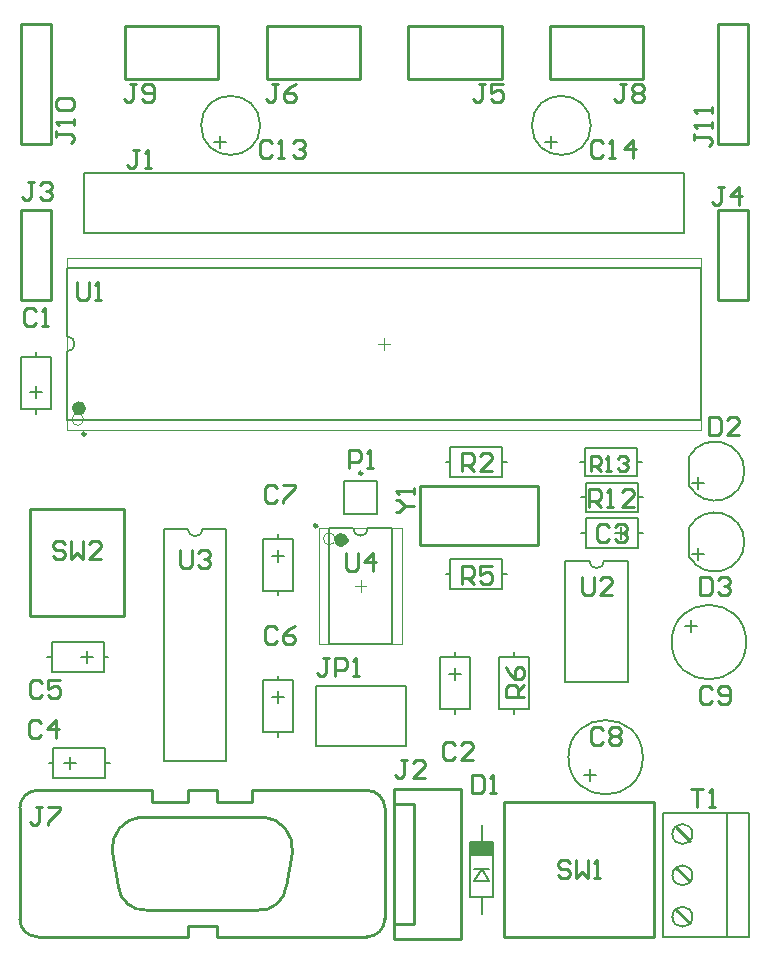
<source format=gto>
%FSLAX23Y23*%
%MOMM*%
%SFA1B1*%

%IPPOS*%
%ADD10C,0.253999*%
%ADD12C,0.100000*%
%ADD32C,0.200000*%
%ADD33C,0.250000*%
%ADD34C,0.599999*%
%ADD35R,1.929996X1.203998*%
G54D10*
X128549Y79299D02*
D01*
D01*
G75*
G03X130049Y80799I0J1499D01*
G74*G01*
Y90199D02*
D01*
D01*
G75*
G03X128549Y91699I-1499J0D01*
G74*G01*
X100649D02*
D01*
D01*
G75*
G03X99149Y90199I0J-1500D01*
G74*G01*
Y80799D02*
D01*
D01*
G75*
G03X100649Y79299I1500J0D01*
G74*G01*
X109429Y89449D02*
D01*
D01*
G75*
G03X106969Y86509I239J-2700D01*
G74*G01*
X107479Y83619D02*
D01*
D01*
G75*
G03X109939Y81549I2265J195D01*
G74*G01*
X119259D02*
D01*
D01*
G75*
G03X121719Y83619I194J2264D01*
G74*G01*
X122229Y86509D02*
D01*
D01*
G75*
G03X119769Y89449I-2700J240D01*
G74*G01*
X99229Y133189D02*
X101769D01*
X99229Y140809D02*
X101769D01*
Y133189D02*
Y140809D01*
X99229Y133189D02*
Y140809D01*
X130819Y90579D02*
X132499D01*
X130819Y80419D02*
X132499D01*
X130819Y91849D02*
X136539D01*
X130819Y79149D02*
X136539D01*
X132499Y80419D02*
Y90579D01*
X136539Y79149D02*
Y91849D01*
X130819Y79149D02*
Y91849D01*
X154709Y85134D02*
X155852Y83991D01*
X154709Y88563D02*
X155852Y87420D01*
X154709Y81578D02*
X155852Y80435D01*
X140149Y79284D02*
Y90714D01*
X152849Y79284D02*
Y90714D01*
X140149D02*
X152849D01*
X140149Y79284D02*
X152849D01*
X118849Y91699D02*
X128549D01*
X113349D02*
X115849D01*
X118849Y90749D02*
Y91699D01*
X110349Y90749D02*
Y91699D01*
Y90749D02*
X113349D01*
X115849D02*
X118849D01*
X115849D02*
Y91699D01*
X113349Y90749D02*
Y91699D01*
X115849Y79299D02*
X128549D01*
X115849D02*
Y80249D01*
X113349D02*
X115849D01*
X113349Y79299D02*
Y80249D01*
X100649Y91699D02*
X110349D01*
X100649Y79299D02*
X113349D01*
X99149Y80799D02*
Y90199D01*
X130049Y80799D02*
Y90199D01*
X109429Y89449D02*
X119769D01*
X109939Y81549D02*
X119259D01*
X121719Y83619D02*
X122229Y86509D01*
X106969D02*
X107479Y83619D01*
X127949Y151899D02*
Y156399D01*
X120049Y151899D02*
Y156399D01*
Y151899D02*
X127949D01*
X120049Y156399D02*
X127949D01*
X139949Y151899D02*
Y156399D01*
X132049Y151899D02*
Y156399D01*
Y151899D02*
X139949D01*
X132049Y156399D02*
X139949D01*
X142999Y112499D02*
Y117499D01*
X132999Y112499D02*
Y117499D01*
Y112499D02*
X142999D01*
X132999Y117499D02*
X142999D01*
X99999Y106499D02*
Y115499D01*
X107999Y106499D02*
Y115499D01*
X99999Y106499D02*
X107999D01*
X99999Y115499D02*
X107999D01*
X115949Y151899D02*
Y156399D01*
X108049Y151899D02*
Y156399D01*
Y151899D02*
X115949D01*
X108049Y156399D02*
X115949D01*
X151949Y151899D02*
Y156399D01*
X144049Y151899D02*
Y156399D01*
Y151899D02*
X151949D01*
X144049Y156399D02*
X151949D01*
X160769Y146419D02*
Y156579D01*
X158229Y146419D02*
Y156579D01*
Y146419D02*
X160769D01*
X158229Y156579D02*
X160769D01*
X101769Y146419D02*
Y156579D01*
X99229Y146419D02*
Y156579D01*
Y146419D02*
X101769D01*
X99229Y156579D02*
X101769D01*
X158229Y133189D02*
Y140809D01*
X160769Y133189D02*
Y140809D01*
X158229D02*
X160769D01*
X158229Y133189D02*
X160769D01*
X103999Y134773D02*
Y133503D01*
X104253Y133249*
X104761*
X105015Y133503*
Y134773*
X105523Y133249D02*
X106031D01*
X105777*
Y134773*
X105523Y134519*
X130976Y115249D02*
X131230D01*
X131738Y115757*
X131230Y116265*
X130976*
X131738Y115757D02*
X132499D01*
Y116773D02*
Y117281D01*
Y117027*
X130976*
X131230Y116773*
X126749Y111773D02*
Y110503D01*
X127003Y110249*
X127511*
X127765Y110503*
Y111773*
X129035Y110249D02*
Y111773D01*
X128273Y111011*
X129289*
X112749Y112023D02*
Y110753D01*
X113003Y110499*
X113511*
X113765Y110753*
Y112023*
X114273Y111769D02*
X114527Y112023D01*
X115035*
X115289Y111769*
Y111515*
X115035Y111261*
X114781*
X115035*
X115289Y111007*
Y110753*
X115035Y110499*
X114527*
X114273Y110753*
X146749Y109773D02*
Y108503D01*
X147003Y108249*
X147511*
X147765Y108503*
Y109773*
X149289Y108249D02*
X148273D01*
X149289Y109265*
Y109519*
X149035Y109773*
X148527*
X148273Y109519*
X155999Y91773D02*
X157015D01*
X156507*
Y90249*
X157523D02*
X158031D01*
X157777*
Y91773*
X157523Y91519*
X103015Y112519D02*
X102761Y112773D01*
X102253*
X101999Y112519*
Y112265*
X102253Y112011*
X102761*
X103015Y111757*
Y111503*
X102761Y111249*
X102253*
X101999Y111503*
X103523Y112773D02*
Y111249D01*
X104031Y111757*
X104539Y111249*
Y112773*
X106062Y111249D02*
X105046D01*
X106062Y112265*
Y112519*
X105808Y112773*
X105300*
X105046Y112519*
X145765Y85519D02*
X145511Y85773D01*
X145003*
X144749Y85519*
Y85265*
X145003Y85011*
X145511*
X145765Y84757*
Y84503*
X145511Y84249*
X145003*
X144749Y84503*
X146273Y85773D02*
Y84249D01*
X146781Y84757*
X147289Y84249*
Y85773*
X147796Y84249D02*
X148304D01*
X148050*
Y85773*
X147796Y85519*
X147499Y118749D02*
Y119999D01*
X148124*
X148333Y119791*
Y119374*
X148124Y119166*
X147499*
X147916D02*
X148333Y118749D01*
X148749D02*
X149166D01*
X148957*
Y119999*
X148749Y119791*
X149790D02*
X149999Y119999D01*
X150415*
X150623Y119791*
Y119583*
X150415Y119374*
X150207*
X150415*
X150623Y119166*
Y118958*
X150415Y118749*
X149999*
X149790Y118958*
X147327Y115653D02*
Y117177D01*
X148089*
X148343Y116923*
Y116415*
X148089Y116161*
X147327*
X147835D02*
X148343Y115653D01*
X148851D02*
X149359D01*
X149105*
Y117177*
X148851Y116923*
X151136Y115653D02*
X150121D01*
X151136Y116669*
Y116923*
X150882Y117177*
X150374*
X150121Y116923*
X141845Y99577D02*
X140322D01*
Y100339*
X140576Y100593*
X141084*
X141338Y100339*
Y99577*
Y100085D02*
X141845Y100593D01*
X140322Y102117D02*
X140576Y101609D01*
X141084Y101101*
X141592*
X141845Y101355*
Y101863*
X141592Y102117*
X141338*
X141084Y101863*
Y101101*
X136577Y109153D02*
Y110677D01*
X137339*
X137593Y110423*
Y109915*
X137339Y109661*
X136577*
X137085D02*
X137593Y109153D01*
X139117Y110677D02*
X138101D01*
Y109915*
X138609Y110169*
X138863*
X139117Y109915*
Y109407*
X138863Y109153*
X138355*
X138101Y109407*
X136607Y118764D02*
Y120287D01*
X137369*
X137623Y120033*
Y119525*
X137369Y119271*
X136607*
X137115D02*
X137623Y118764D01*
X139147D02*
X138131D01*
X139147Y119779*
Y120033*
X138893Y120287*
X138385*
X138131Y120033*
X126999Y118999D02*
Y120523D01*
X127761*
X128015Y120269*
Y119761*
X127761Y119507*
X126999*
X128523Y118999D02*
X129031D01*
X128777*
Y120523*
X128523Y120269*
X125349Y102917D02*
X124841D01*
X125095*
Y101647*
X124841Y101393*
X124587*
X124333Y101647*
X125857Y101393D02*
Y102917D01*
X126619*
X126873Y102663*
Y102155*
X126619Y101901*
X125857*
X127380Y101393D02*
X127888D01*
X127634*
Y102917*
X127380Y102663*
X101015Y90273D02*
X100507D01*
X100761*
Y89003*
X100507Y88749*
X100253*
X99999Y89003*
X101523Y90273D02*
X102539D01*
Y90019*
X101523Y89003*
Y88749*
X121015Y151523D02*
X120507D01*
X120761*
Y150253*
X120507Y149999*
X120253*
X119999Y150253*
X122539Y151523D02*
X122031Y151269D01*
X121523Y150761*
Y150253*
X121777Y149999*
X122285*
X122539Y150253*
Y150507*
X122285Y150761*
X121523*
X138515Y151523D02*
X138007D01*
X138261*
Y150253*
X138007Y149999*
X137753*
X137499Y150253*
X140039Y151523D02*
X139023D01*
Y150761*
X139531Y151015*
X139785*
X140039Y150761*
Y150253*
X139785Y149999*
X139277*
X139023Y150253*
X158765Y142773D02*
X158257D01*
X158511*
Y141503*
X158257Y141249*
X158003*
X157749Y141503*
X160035Y141249D02*
Y142773D01*
X159273Y142011*
X160289*
X100380Y143230D02*
X99872D01*
X100126*
Y141960*
X99872Y141706*
X99618*
X99364Y141960*
X100888Y142976D02*
X101142Y143230D01*
X101650*
X101903Y142976*
Y142722*
X101650Y142468*
X101396*
X101650*
X101903Y142214*
Y141960*
X101650Y141706*
X101142*
X100888Y141960*
X131952Y94258D02*
X131444D01*
X131698*
Y92989*
X131444Y92735*
X131190*
X130936Y92989*
X133476Y92735D02*
X132460D01*
X133476Y93751*
Y94004*
X133222Y94258*
X132714*
X132460Y94004*
X109265Y145923D02*
X108757D01*
X109011*
Y144653*
X108757Y144399*
X108503*
X108249Y144653*
X109773Y144399D02*
X110281D01*
X110027*
Y145923*
X109773Y145669*
X156749Y109773D02*
Y108249D01*
X157511*
X157765Y108503*
Y109519*
X157511Y109773*
X156749*
X158273Y109519D02*
X158527Y109773D01*
X159035*
X159289Y109519*
Y109265*
X159035Y109011*
X158781*
X159035*
X159289Y108757*
Y108503*
X159035Y108249*
X158527*
X158273Y108503*
X157499Y123273D02*
Y121749D01*
X158261*
X158515Y122003*
Y123019*
X158261Y123273*
X157499*
X160039Y121749D02*
X159023D01*
X160039Y122765*
Y123019*
X159785Y123273*
X159277*
X159023Y123019*
X137439Y92988D02*
Y91465D01*
X138201*
X138455Y91719*
Y92734*
X138201Y92988*
X137439*
X138962Y91465D02*
X139470D01*
X139216*
Y92988*
X138962Y92734*
X148515Y146519D02*
X148261Y146773D01*
X147753*
X147499Y146519*
Y145503*
X147753Y145249*
X148261*
X148515Y145503*
X149023Y145249D02*
X149531D01*
X149277*
Y146773*
X149023Y146519*
X151054Y145249D02*
Y146773D01*
X150293Y146011*
X151308*
X120515Y146519D02*
X120261Y146773D01*
X119753*
X119499Y146519*
Y145503*
X119753Y145249*
X120261*
X120515Y145503*
X121023Y145249D02*
X121531D01*
X121277*
Y146773*
X121023Y146519*
X122293D02*
X122546Y146773D01*
X123054*
X123308Y146519*
Y146265*
X123054Y146011*
X122800*
X123054*
X123308Y145757*
Y145503*
X123054Y145249*
X122546*
X122293Y145503*
X157765Y100269D02*
X157511Y100523D01*
X157003*
X156749Y100269*
Y99253*
X157003Y98999*
X157511*
X157765Y99253*
X158273D02*
X158527Y98999D01*
X159035*
X159289Y99253*
Y100269*
X159035Y100523*
X158527*
X158273Y100269*
Y100015*
X158527Y99761*
X159289*
X148515Y96769D02*
X148261Y97023D01*
X147753*
X147499Y96769*
Y95753*
X147753Y95499*
X148261*
X148515Y95753*
X149023Y96769D02*
X149277Y97023D01*
X149785*
X150039Y96769*
Y96515*
X149785Y96261*
X150039Y96007*
Y95753*
X149785Y95499*
X149277*
X149023Y95753*
Y96007*
X149277Y96261*
X149023Y96515*
Y96769*
X149277Y96261D02*
X149785D01*
X120910Y117324D02*
X120656Y117578D01*
X120148*
X119895Y117324*
Y116308*
X120148Y116055*
X120656*
X120910Y116308*
X121418Y117578D02*
X122434D01*
Y117324*
X121418Y116308*
Y116055*
X120910Y105324D02*
X120656Y105578D01*
X120148*
X119895Y105324*
Y104308*
X120148Y104055*
X120656*
X120910Y104308*
X122434Y105578D02*
X121926Y105324D01*
X121418Y104816*
Y104308*
X121672Y104055*
X122180*
X122434Y104308*
Y104562*
X122180Y104816*
X121418*
X101015Y100769D02*
X100761Y101023D01*
X100253*
X99999Y100769*
Y99753*
X100253Y99499*
X100761*
X101015Y99753*
X102539Y101023D02*
X101523D01*
Y100261*
X102031Y100515*
X102285*
X102539Y100261*
Y99753*
X102285Y99499*
X101777*
X101523Y99753*
X100970Y97392D02*
X100716Y97646D01*
X100208*
X99954Y97392*
Y96376*
X100208Y96122*
X100716*
X100970Y96376*
X102239Y96122D02*
Y97646D01*
X101478Y96884*
X102493*
X149015Y114019D02*
X148761Y114273D01*
X148253*
X147999Y114019*
Y113003*
X148253Y112749*
X148761*
X149015Y113003*
X149523Y114019D02*
X149777Y114273D01*
X150285*
X150539Y114019*
Y113765*
X150285Y113511*
X150031*
X150285*
X150539Y113257*
Y113003*
X150285Y112749*
X149777*
X149523Y113003*
X136015Y95519D02*
X135761Y95773D01*
X135253*
X134999Y95519*
Y94503*
X135253Y94249*
X135761*
X136015Y94503*
X137539Y94249D02*
X136523D01*
X137539Y95265*
Y95519*
X137285Y95773*
X136777*
X136523Y95519*
X100515Y132269D02*
X100261Y132523D01*
X99753*
X99499Y132269*
Y131253*
X99753Y130999*
X100261*
X100515Y131253*
X101023Y130999D02*
X101531D01*
X101277*
Y132523*
X101023Y132269*
X102226Y147515D02*
Y147007D01*
Y147261*
X103496*
X103749Y147007*
Y146753*
X103496Y146499*
X103749Y148023D02*
Y148531D01*
Y148277*
X102226*
X102480Y148023*
Y149293D02*
X102226Y149546D01*
Y150054*
X102480Y150308*
X103496*
X103749Y150054*
Y149546*
X103496Y149293*
X102480*
X156226Y147265D02*
Y146757D01*
Y147011*
X157496*
X157749Y146757*
Y146503*
X157496Y146249*
X157749Y147773D02*
Y148281D01*
Y148027*
X156226*
X156480Y147773*
X157749Y149043D02*
Y149550D01*
Y149296*
X156226*
X156480Y149043*
X150515Y151523D02*
X150007D01*
X150261*
Y150253*
X150007Y149999*
X149753*
X149499Y150253*
X151023Y151269D02*
X151277Y151523D01*
X151785*
X152039Y151269*
Y151015*
X151785Y150761*
X152039Y150507*
Y150253*
X151785Y149999*
X151277*
X151023Y150253*
Y150507*
X151277Y150761*
X151023Y151015*
Y151269*
X151277Y150761D02*
X151785D01*
X109015Y151523D02*
X108507D01*
X108761*
Y150253*
X108507Y149999*
X108253*
X107999Y150253*
X109523D02*
X109777Y149999D01*
X110285*
X110539Y150253*
Y151269*
X110285Y151523*
X109777*
X109523Y151269*
Y151015*
X109777Y150761*
X110539*
G54D12*
X104549Y123099D02*
D01*
D01*
G75*
G03X103549I-499J0D01*
G74*G01*
D01*
G75*
G03X104549I500J0D01*
G74*G01*
X125849Y112999D02*
D01*
D01*
G75*
G03X124849I-499J0D01*
G74*G01*
D01*
G75*
G03X125849I500J0D01*
G74*G01*
X103149Y122199D02*
X156849D01*
X103149Y136799D02*
X156849D01*
X103149Y122199D02*
Y136799D01*
X156849Y122199D02*
Y136799D01*
X124449Y104099D02*
Y113899D01*
X131549Y104099D02*
Y113899D01*
X124449D02*
X131549D01*
X124449Y104099D02*
X131549D01*
X129999Y128999D02*
Y129999D01*
X129499Y129499D02*
X130499D01*
X127499Y108999D02*
X128499D01*
X127999Y108499D02*
Y109499D01*
G54D32*
X103149Y128864D02*
D01*
D01*
G75*
G03Y130134I0J635D01*
G74*G01*
X155834Y111479D02*
D01*
D01*
G75*
G03Y113979I2165J1249D01*
G74*G01*
Y117479D02*
D01*
D01*
G75*
G03Y119979I2165J1249D01*
G74*G01*
X156099Y87999D02*
D01*
D01*
G75*
G03X154399I-849J0D01*
G74*G01*
D01*
G75*
G03X156099I849J0D01*
G74*G01*
Y84499D02*
D01*
D01*
G75*
G03X154399I-849J0D01*
G74*G01*
D01*
G75*
G03X156099I849J0D01*
G74*G01*
Y80999D02*
D01*
D01*
G75*
G03X154399I-849J0D01*
G74*G01*
D01*
G75*
G03X156099I849J0D01*
G74*G01*
X160649Y104249D02*
D01*
D01*
G75*
G03X154349I-3150J0D01*
G74*G01*
D01*
G75*
G03X160649I3150J0D01*
G74*G01*
X147364Y111149D02*
D01*
D01*
G75*
G03X148634I635J0D01*
G74*G01*
X119499Y147999D02*
D01*
D01*
G75*
G03X114499I-2500J0D01*
G74*G01*
D01*
G75*
G03X119499I2500J0D01*
G74*G01*
X147499D02*
D01*
D01*
G75*
G03X142499I-2500J0D01*
G74*G01*
D01*
G75*
G03X147499I2500J0D01*
G74*G01*
X151899Y94499D02*
D01*
D01*
G75*
G03X145599I-3150J0D01*
G74*G01*
D01*
G75*
G03X151899I3150J0D01*
G74*G01*
X127364Y113899D02*
D01*
D01*
G75*
G03X128634I635J0D01*
G74*G01*
X113364Y113849D02*
D01*
D01*
G75*
G03X114634I635J0D01*
G74*G01*
X124189Y95459D02*
Y100539D01*
X131809Y95459D02*
Y100539D01*
X124189Y95459D02*
X131809D01*
X124189Y100539D02*
X131809D01*
X119729Y108599D02*
Y112999D01*
X122269Y108599D02*
Y112999D01*
X120999D02*
Y113399D01*
Y108199D02*
Y108599D01*
Y111063D02*
Y112079D01*
X120491Y111571D02*
X121507D01*
X119729Y112999D02*
X122269D01*
X119729Y108599D02*
X122269D01*
X101999Y92729D02*
X106399D01*
X101999Y95269D02*
X106399D01*
X101599Y93999D02*
X101999D01*
X106399D02*
X106799D01*
X102919D02*
X103935D01*
X103427Y93491D02*
Y94507D01*
X101999Y92729D02*
Y95269D01*
X106399Y92729D02*
Y95269D01*
X119729Y96599D02*
Y100999D01*
X122269Y96599D02*
Y100999D01*
X120999D02*
Y101399D01*
Y96199D02*
Y96599D01*
Y99063D02*
Y100079D01*
X120491Y99571D02*
X121507D01*
X119729Y100999D02*
X122269D01*
X119729Y96599D02*
X122269D01*
X138249Y87299D02*
Y88799D01*
Y81199D02*
Y82699D01*
X137284D02*
Y87299D01*
X139214Y82699D02*
Y87299D01*
X137284Y82699D02*
X139214D01*
X137284Y87299D02*
X139214D01*
X137614Y85079D02*
X138884D01*
X137614Y84063D02*
X138884D01*
X137614D02*
X138249Y85079D01*
X138884Y84063*
X155399Y138859D02*
Y143939D01*
X104599Y138859D02*
Y143939D01*
Y138859D02*
X155399D01*
X104599Y143939D02*
X155399D01*
X103149Y123049D02*
X156849D01*
X103149Y135949D02*
X156849D01*
X103149Y123049D02*
Y128864D01*
Y130134D02*
Y135949D01*
X156849Y123049D02*
Y135949D01*
X155840Y111459D02*
Y113999D01*
X156602Y111205D02*
Y112221D01*
X156094Y111713D02*
X157110D01*
X155840Y117459D02*
Y119999D01*
X156602Y117205D02*
Y118221D01*
X156094Y117713D02*
X157110D01*
X139749Y98599D02*
X140999D01*
X139749D02*
Y102999D01*
X142249*
Y98599D02*
Y102999D01*
X140999Y98599D02*
X142249D01*
X140999Y102999D02*
Y103399D01*
Y98199D02*
Y98599D01*
X147099Y116499D02*
Y117699D01*
X151499*
Y115299D02*
Y117699D01*
X147099Y115299D02*
X151499D01*
X147099D02*
Y116499D01*
X151499D02*
X151899D01*
X146699D02*
X147099D01*
X151399Y118299D02*
Y119499D01*
X146999Y118299D02*
X151399D01*
X146999D02*
Y120699D01*
X151399*
Y119499D02*
Y120699D01*
X146599Y119499D02*
X146999D01*
X151399D02*
X151799D01*
X135599Y109999D02*
Y111249D01*
X139999*
Y108749D02*
Y111249D01*
X135599Y108749D02*
X139999D01*
X135599D02*
Y109999D01*
X139999D02*
X140399D01*
X135199D02*
X135599D01*
X135199Y119499D02*
X135599D01*
X139999D02*
X140399D01*
X135599Y118249D02*
Y119499D01*
Y118249D02*
X139999D01*
Y120749*
X135599D02*
X139999D01*
X135599Y119499D02*
Y120749D01*
X158999Y79249D02*
Y89749D01*
X153649D02*
X160849D01*
X153649Y79249D02*
X160849D01*
Y89749*
X153649Y79249D02*
Y89749D01*
X155467Y105596D02*
X156483D01*
X155975Y105088D02*
Y106104D01*
X147099Y112229D02*
Y114769D01*
X151499Y112229D02*
Y114769D01*
X150071Y112991D02*
Y114007D01*
X149563Y113499D02*
X150579D01*
X146699D02*
X147099D01*
X151499D02*
X151899D01*
X147099Y112229D02*
X151499D01*
X147099Y114769D02*
X151499D01*
X145349Y111149D02*
X147364D01*
X148634D02*
X150649D01*
X145349Y100849D02*
X150649D01*
X145349D02*
Y111149D01*
X150649Y100849D02*
Y111149D01*
X116118Y146094D02*
Y147110D01*
X115610Y146602D02*
X116626D01*
X144118Y146094D02*
Y147110D01*
X143610Y146602D02*
X144626D01*
X101849Y101729D02*
Y104269D01*
X106249Y101729D02*
Y104269D01*
X104821Y102491D02*
Y103507D01*
X104313Y102999D02*
X105329D01*
X101449D02*
X101849D01*
X106249D02*
X106649D01*
X101849Y101729D02*
X106249D01*
X101849Y104269D02*
X106249D01*
X134729Y98599D02*
Y102999D01*
X137269Y98599D02*
Y102999D01*
X135999D02*
Y103399D01*
Y98199D02*
Y98599D01*
Y101063D02*
Y102079D01*
X135491Y101571D02*
X136507D01*
X134729Y102999D02*
X137269D01*
X134729Y98599D02*
X137269D01*
X147402Y92467D02*
Y93483D01*
X146894Y92975D02*
X147910D01*
X126599Y117899D02*
X129399D01*
Y115099D02*
Y117899D01*
X126599Y115099D02*
X129399D01*
X126599D02*
Y117899D01*
X99229Y128399D02*
X101769D01*
X99229Y123999D02*
X101769D01*
X99991Y125427D02*
X101007D01*
X100499Y124919D02*
Y125935D01*
Y128399D02*
Y128799D01*
Y123599D02*
Y123999D01*
X99229D02*
Y128399D01*
X101769Y123999D02*
Y128399D01*
X125349Y104099D02*
Y113899D01*
X130649Y104099D02*
Y113899D01*
X125349D02*
X127364D01*
X128634D02*
X130649D01*
X125349Y104099D02*
X130649D01*
X116649Y94149D02*
Y113849D01*
X111349Y94149D02*
Y113849D01*
Y94149D02*
X116649D01*
X114634Y113849D02*
X116649D01*
X111349D02*
X113364D01*
G54D33*
X104694Y121879D02*
D01*
D01*
G75*
G03X104444I-124J0D01*
G74*G01*
D01*
G75*
G03X104694I124J0D01*
G74*G01*
X128124Y118549D02*
D01*
D01*
G75*
G03X127874I-125J0D01*
G74*G01*
D01*
G75*
G03X128124I124J0D01*
G74*G01*
X124314Y114109D02*
D01*
D01*
G75*
G03X124064I-125J0D01*
G74*G01*
D01*
G75*
G03X124314I124J0D01*
G74*G01*
G54D34*
X104449Y124049D02*
D01*
D01*
G75*
G03X103849I-299J0D01*
G74*G01*
D01*
G75*
G03X104449I299J0D01*
G74*G01*
X126649Y112899D02*
D01*
D01*
G75*
G03X126049I-299J0D01*
G74*G01*
D01*
G75*
G03X126649I299J0D01*
G74*G01*
G54D35*
X138249Y86703D03*
M02*
</source>
